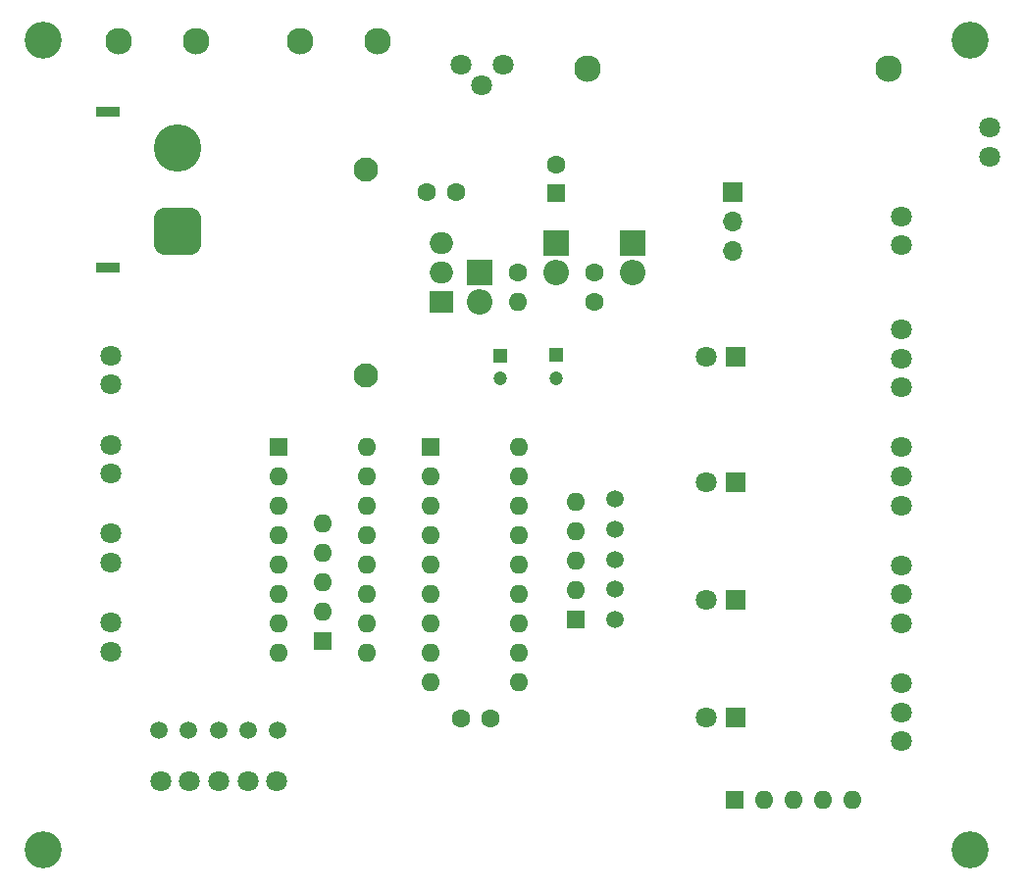
<source format=gbr>
%TF.GenerationSoftware,KiCad,Pcbnew,8.0.3*%
%TF.CreationDate,2024-11-10T15:02:54+09:00*%
%TF.ProjectId,PWM_isolation,50574d5f-6973-46f6-9c61-74696f6e2e6b,rev?*%
%TF.SameCoordinates,Original*%
%TF.FileFunction,Soldermask,Top*%
%TF.FilePolarity,Negative*%
%FSLAX46Y46*%
G04 Gerber Fmt 4.6, Leading zero omitted, Abs format (unit mm)*
G04 Created by KiCad (PCBNEW 8.0.3) date 2024-11-10 15:02:54*
%MOMM*%
%LPD*%
G01*
G04 APERTURE LIST*
G04 Aperture macros list*
%AMRoundRect*
0 Rectangle with rounded corners*
0 $1 Rounding radius*
0 $2 $3 $4 $5 $6 $7 $8 $9 X,Y pos of 4 corners*
0 Add a 4 corners polygon primitive as box body*
4,1,4,$2,$3,$4,$5,$6,$7,$8,$9,$2,$3,0*
0 Add four circle primitives for the rounded corners*
1,1,$1+$1,$2,$3*
1,1,$1+$1,$4,$5*
1,1,$1+$1,$6,$7*
1,1,$1+$1,$8,$9*
0 Add four rect primitives between the rounded corners*
20,1,$1+$1,$2,$3,$4,$5,0*
20,1,$1+$1,$4,$5,$6,$7,0*
20,1,$1+$1,$6,$7,$8,$9,0*
20,1,$1+$1,$8,$9,$2,$3,0*%
G04 Aperture macros list end*
%ADD10C,1.500000*%
%ADD11R,1.600000X1.600000*%
%ADD12O,1.600000X1.600000*%
%ADD13C,3.200000*%
%ADD14C,1.600000*%
%ADD15C,1.800000*%
%ADD16R,2.200000X2.200000*%
%ADD17O,2.200000X2.200000*%
%ADD18R,1.700000X1.700000*%
%ADD19O,1.700000X1.700000*%
%ADD20C,2.100000*%
%ADD21C,2.300000*%
%ADD22R,2.000000X0.900000*%
%ADD23RoundRect,1.025000X1.025000X-1.025000X1.025000X1.025000X-1.025000X1.025000X-1.025000X-1.025000X0*%
%ADD24C,4.100000*%
%ADD25R,1.200000X1.200000*%
%ADD26C,1.200000*%
%ADD27R,1.800000X1.800000*%
%ADD28R,2.000000X1.905000*%
%ADD29O,2.000000X1.905000*%
G04 APERTURE END LIST*
D10*
%TO.C,TP8*%
X120150000Y-114647000D03*
%TD*%
D11*
%TO.C,U1*%
X138440000Y-90180000D03*
D12*
X138440000Y-92720000D03*
X138440000Y-95260000D03*
X138440000Y-97800000D03*
X138440000Y-100340000D03*
X138440000Y-102880000D03*
X138440000Y-105420000D03*
X138440000Y-107960000D03*
X138440000Y-110500000D03*
X146060000Y-110500000D03*
X146060000Y-107960000D03*
X146060000Y-105420000D03*
X146060000Y-102880000D03*
X146060000Y-100340000D03*
X146060000Y-97800000D03*
X146060000Y-95260000D03*
X146060000Y-92720000D03*
X146060000Y-90180000D03*
%TD*%
D13*
%TO.C,REF\u002A\u002A*%
X185000000Y-125000000D03*
%TD*%
D11*
%TO.C,RN1*%
X151000000Y-105040000D03*
D12*
X151000000Y-102500000D03*
X151000000Y-99960000D03*
X151000000Y-97420000D03*
X151000000Y-94880000D03*
%TD*%
D14*
%TO.C,C3*%
X138166000Y-68115000D03*
X140666000Y-68115000D03*
%TD*%
D15*
%TO.C,J4*%
X110900000Y-105350000D03*
X110900000Y-107850000D03*
%TD*%
D10*
%TO.C,TP1*%
X154402000Y-94610000D03*
%TD*%
D16*
%TO.C,D6*%
X142700000Y-75100000D03*
D17*
X142700000Y-77640000D03*
%TD*%
D16*
%TO.C,D5*%
X149302000Y-72560000D03*
D17*
X149302000Y-75100000D03*
%TD*%
D18*
%TO.C,J11*%
X164500000Y-68160000D03*
D19*
X164500000Y-70700000D03*
X164500000Y-73240000D03*
%TD*%
D13*
%TO.C,REF\u002A\u002A*%
X185000000Y-55000000D03*
%TD*%
D15*
%TO.C,J1*%
X110900000Y-82250000D03*
X110900000Y-84750000D03*
%TD*%
%TO.C,J3*%
X110900000Y-97650000D03*
X110900000Y-100150000D03*
%TD*%
D10*
%TO.C,TP4*%
X115000000Y-114647000D03*
%TD*%
D20*
%TO.C,REF\u002A\u002A*%
X132907000Y-83980000D03*
X132907000Y-66180000D03*
%TD*%
D15*
%TO.C,J9*%
X179100000Y-115600000D03*
X179100000Y-113100000D03*
X179100000Y-110600000D03*
%TD*%
D10*
%TO.C,TP7*%
X117573000Y-114647000D03*
%TD*%
D21*
%TO.C,REF\u002A\u002A*%
X178000000Y-57500000D03*
X152000000Y-57500000D03*
%TD*%
D13*
%TO.C,REF\u002A\u002A*%
X105000000Y-125000000D03*
%TD*%
D22*
%TO.C,J10*%
X110600000Y-74700000D03*
X110600000Y-61200000D03*
D23*
X116600000Y-71550000D03*
D24*
X116600000Y-64350000D03*
%TD*%
D15*
%TO.C,J8*%
X179100000Y-105400000D03*
X179100000Y-102900000D03*
X179100000Y-100400000D03*
%TD*%
D10*
%TO.C,TP6*%
X154402000Y-105060000D03*
%TD*%
D15*
%TO.C,J12*%
X179100000Y-72750000D03*
X179100000Y-70250000D03*
%TD*%
D21*
%TO.C,F1*%
X133900000Y-55100000D03*
X127200000Y-55100000D03*
X118200000Y-55100000D03*
X111500000Y-55100000D03*
%TD*%
D13*
%TO.C,REF\u002A\u002A*%
X105000000Y-55000000D03*
%TD*%
D10*
%TO.C,TP2*%
X154402000Y-97260000D03*
%TD*%
D15*
%TO.C,J7*%
X179100000Y-95200000D03*
X179100000Y-92700000D03*
X179100000Y-90200000D03*
%TD*%
D10*
%TO.C,TP9*%
X122700000Y-114634000D03*
%TD*%
D25*
%TO.C,C4*%
X144476000Y-82255401D03*
D26*
X144476000Y-84255401D03*
%TD*%
D27*
%TO.C,D2*%
X164775000Y-93180000D03*
D15*
X162235000Y-93180000D03*
%TD*%
D25*
%TO.C,C6*%
X149302000Y-82244000D03*
D26*
X149302000Y-84244000D03*
%TD*%
D15*
%TO.C,J5*%
X115173000Y-119047000D03*
X117673000Y-119047000D03*
X120173000Y-119047000D03*
X122673000Y-119047000D03*
X125173000Y-119047000D03*
%TD*%
%TO.C,J6*%
X179100000Y-85000000D03*
X179100000Y-82500000D03*
X179100000Y-80000000D03*
%TD*%
D27*
%TO.C,D4*%
X164775000Y-113500000D03*
D15*
X162235000Y-113500000D03*
%TD*%
D10*
%TO.C,TP3*%
X154402000Y-99860000D03*
%TD*%
D11*
%TO.C,U2*%
X125380000Y-90125000D03*
D12*
X125380000Y-92665000D03*
X125380000Y-95205000D03*
X125380000Y-97745000D03*
X125380000Y-100285000D03*
X125380000Y-102825000D03*
X125380000Y-105365000D03*
X125380000Y-107905000D03*
X133000000Y-107905000D03*
X133000000Y-105365000D03*
X133000000Y-102825000D03*
X133000000Y-100285000D03*
X133000000Y-97745000D03*
X133000000Y-95205000D03*
X133000000Y-92665000D03*
X133000000Y-90125000D03*
%TD*%
D27*
%TO.C,D3*%
X164775000Y-103340000D03*
D15*
X162235000Y-103340000D03*
%TD*%
D11*
%TO.C,RN3*%
X164680000Y-120600000D03*
D12*
X167220000Y-120600000D03*
X169760000Y-120600000D03*
X172300000Y-120600000D03*
X174840000Y-120600000D03*
%TD*%
D28*
%TO.C,U3*%
X139396000Y-77640000D03*
D29*
X139396000Y-75100000D03*
X139396000Y-72560000D03*
%TD*%
D15*
%TO.C,MES1*%
X186700000Y-65100000D03*
X186700000Y-62600000D03*
%TD*%
D14*
%TO.C,R1*%
X146000000Y-75100000D03*
D12*
X146000000Y-77640000D03*
%TD*%
D15*
%TO.C,J2*%
X110900000Y-89950000D03*
X110900000Y-92450000D03*
%TD*%
D10*
%TO.C,GND1*%
X125250000Y-114600000D03*
%TD*%
D16*
%TO.C,D7*%
X155900000Y-72560000D03*
D17*
X155900000Y-75100000D03*
%TD*%
D14*
%TO.C,C1*%
X141090000Y-113630000D03*
X143590000Y-113630000D03*
%TD*%
D11*
%TO.C,C2*%
X149302000Y-68242000D03*
D14*
X149302000Y-65742000D03*
%TD*%
D10*
%TO.C,TP5*%
X154402000Y-102460000D03*
%TD*%
D15*
%TO.C,RV1*%
X141107898Y-57100000D03*
X142903949Y-58896051D03*
X144700000Y-57100000D03*
%TD*%
D14*
%TO.C,C5*%
X152604000Y-75100000D03*
X152604000Y-77600000D03*
%TD*%
D27*
%TO.C,D1*%
X164775000Y-82385000D03*
D15*
X162235000Y-82385000D03*
%TD*%
D11*
%TO.C,RN2*%
X129180000Y-106955000D03*
D12*
X129180000Y-104415000D03*
X129180000Y-101875000D03*
X129180000Y-99335000D03*
X129180000Y-96795000D03*
%TD*%
M02*

</source>
